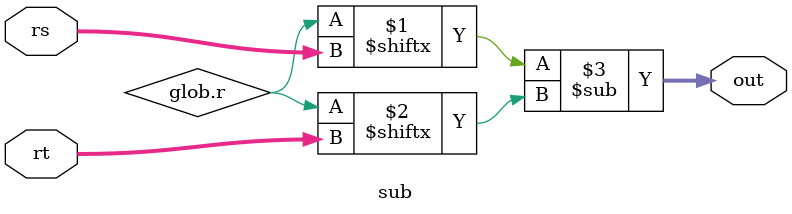
<source format=v>
module sub
(
	input	[4:0]	rs, rt,
	output	[31:0]	out
);

	assign out = glob.r[rs] - glob.r[rt];

endmodule
</source>
